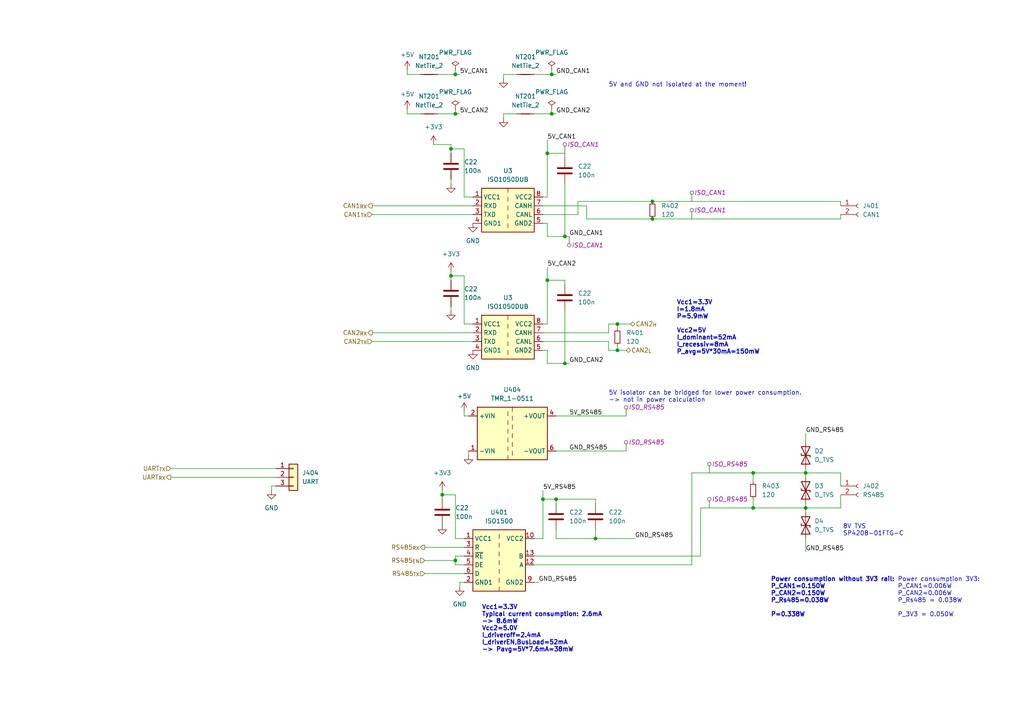
<source format=kicad_sch>
(kicad_sch (version 20230121) (generator eeschema)
  (paper "A4")
  (lib_symbols
    (symbol "Connector:Conn_01x02_Socket" (pin_names (offset 1.016) hide)
      (property "Reference" "J" (at 0 2.54 0))
      (property "Value" "Conn_01x02_Socket" (at 0 -5.08 0))
      (symbol "Conn_01x02_Socket_1_1"
        (arc (start 0 -2.032) (mid -0.5058 -2.54) (end 0 -3.048) (stroke (width 0.1524)))
        (polyline (pts (xy -1.27 -2.54) (xy -0.508 -2.54)) (stroke (width 0.1524)))
        (polyline (pts (xy -1.27 0) (xy -0.508 0)) (stroke (width 0.1524)))
        (arc (start 0 0.508) (mid -0.5058 0) (end 0 -0.508) (stroke (width 0.1524)))
        (pin passive line (at -5.08 0 0) (length 3.81) (name "Pin_1") (number "1"))
        (pin passive line (at -5.08 -2.54 0) (length 3.81) (name "Pin_2") (number "2"))
      )
    )
    (symbol "Connector_Generic:Conn_01x03" (pin_names (offset 1.016) hide)
      (property "Reference" "J" (at 0 5.08 0))
      (property "Value" "Conn_01x03" (at 0 -5.08 0))
      (symbol "Conn_01x03_1_1"
        (rectangle (start -1.27 -2.413) (end 0 -2.667) (stroke (width 0.1524)))
        (rectangle (start -1.27 0.127) (end 0 -0.127) (stroke (width 0.1524)))
        (rectangle (start -1.27 2.667) (end 0 2.413) (stroke (width 0.1524)))
        (rectangle (start -1.27 3.81) (end 1.27 -3.81) (stroke (width 0.254)) (fill (type background)))
        (pin passive line (at -5.08 2.54 0) (length 3.81) (name "Pin_1") (number "1"))
        (pin passive line (at -5.08 0 0) (length 3.81) (name "Pin_2") (number "2"))
        (pin passive line (at -5.08 -2.54 0) (length 3.81) (name "Pin_3") (number "3"))
      )
    )
    (symbol "Device:C" (pin_numbers hide) (pin_names (offset 0.254))
      (property "Reference" "C" (at 0.635 2.54 0))
      (property "Value" "C" (at 0.635 -2.54 0))
      (symbol "C_0_1"
        (polyline (pts (xy -2.032 -0.762) (xy 2.032 -0.762)) (stroke (width 0.508)))
        (polyline (pts (xy -2.032 0.762) (xy 2.032 0.762)) (stroke (width 0.508)))
      )
      (symbol "C_1_1"
        (pin passive line (at 0 3.81 270) (length 2.794) (name "~") (number "1"))
        (pin passive line (at 0 -3.81 90) (length 2.794) (name "~") (number "2"))
      )
    )
    (symbol "Device:D_TVS" (pin_numbers hide) (pin_names (offset 1.016) hide)
      (property "Reference" "D" (at 0 2.54 0))
      (property "Value" "D_TVS" (at 0 -2.54 0))
      (symbol "D_TVS_0_1"
        (polyline (pts (xy 1.27 0) (xy -1.27 0)))
        (polyline (pts (xy 0.508 1.27) (xy 0 1.27) (xy 0 -1.27) (xy -0.508 -1.27)) (stroke (width 0.254)))
        (polyline (pts (xy -2.54 1.27) (xy -2.54 -1.27) (xy 2.54 1.27) (xy 2.54 -1.27) (xy -2.54 1.27)) (stroke (width 0.254)))
      )
      (symbol "D_TVS_1_1"
        (pin passive line (at -3.81 0 0) (length 2.54) (name "A1") (number "1"))
        (pin passive line (at 3.81 0 180) (length 2.54) (name "A2") (number "2"))
      )
    )
    (symbol "Device:NetTie_2" (pin_numbers hide) (pin_names (offset 0) hide) (in_bom no)
      (property "Reference" "NT" (at 0 1.27 0))
      (property "Value" "NetTie_2" (at 0 -1.27 0))
      (symbol "NetTie_2_0_1"
        (polyline (pts (xy -1.27 0) (xy 1.27 0)) (stroke (width 0.254)))
      )
      (symbol "NetTie_2_1_1"
        (pin passive line (at -2.54 0 0) (length 2.54) (name "1") (number "1"))
        (pin passive line (at 2.54 0 180) (length 2.54) (name "2") (number "2"))
      )
    )
    (symbol "Device:R_Small" (pin_numbers hide) (pin_names (offset 0.254) hide)
      (property "Reference" "R" (at 0.762 0.508 0))
      (property "Value" "R_Small" (at 0.762 -1.016 0))
      (symbol "R_Small_0_1"
        (rectangle (start -0.762 1.778) (end 0.762 -1.778) (stroke (width 0.2032)))
      )
      (symbol "R_Small_1_1"
        (pin passive line (at 0 2.54 270) (length 0.762) (name "~") (number "1"))
        (pin passive line (at 0 -2.54 90) (length 0.762) (name "~") (number "2"))
      )
    )
    (symbol "Interface_CAN_LIN:ISO1050DUB"
      (property "Reference" "U" (at -6.35 6.35 0))
      (property "Value" "ISO1050DUB" (at 2.54 6.35 0))
      (symbol "ISO1050DUB_0_1"
        (rectangle (start -7.62 5.08) (end 7.62 -7.62) (stroke (width 0.254)) (fill (type background)))
        (polyline (pts (xy 0 -5.08) (xy 0 -6.35)))
        (polyline (pts (xy 0 -2.54) (xy 0 -3.81)))
        (polyline (pts (xy 0 0) (xy 0 -1.27)))
        (polyline (pts (xy 0 2.54) (xy 0 1.27)))
        (polyline (pts (xy 0 5.08) (xy 0 3.81)))
      )
      (symbol "ISO1050DUB_1_1"
        (pin power_in line (at -10.16 2.54 0) (length 2.54) (name "VCC1") (number "1"))
        (pin output line (at -10.16 0 0) (length 2.54) (name "RXD") (number "2"))
        (pin input line (at -10.16 -2.54 0) (length 2.54) (name "TXD") (number "3"))
        (pin power_in line (at -10.16 -5.08 0) (length 2.54) (name "GND1") (number "4"))
        (pin power_in line (at 10.16 -5.08 180) (length 2.54) (name "GND2") (number "5"))
        (pin bidirectional line (at 10.16 -2.54 180) (length 2.54) (name "CANL") (number "6"))
        (pin bidirectional line (at 10.16 0 180) (length 2.54) (name "CANH") (number "7"))
        (pin power_in line (at 10.16 2.54 180) (length 2.54) (name "VCC2") (number "8"))
      )
    )
    (symbol "Interface_UART:ISO1500"
      (property "Reference" "U" (at -6.35 11.43 0))
      (property "Value" "ISO1500" (at 3.81 11.43 0))
      (symbol "ISO1500_0_1"
        (rectangle (start -7.62 10.16) (end 7.62 -7.62) (stroke (width 0.254)) (fill (type background)))
        (polyline (pts (xy 0 -6.35) (xy 0 -7.62)))
        (polyline (pts (xy 0 -3.81) (xy 0 -5.08)))
        (polyline (pts (xy 0 -1.27) (xy 0 -2.54)))
        (polyline (pts (xy 0 1.27) (xy 0 0)))
        (polyline (pts (xy 0 3.81) (xy 0 2.54)))
        (polyline (pts (xy 0 6.35) (xy 0 5.08)))
        (polyline (pts (xy 0 7.62) (xy 0 8.89)))
      )
      (symbol "ISO1500_1_1"
        (pin power_in line (at -10.16 7.62 0) (length 2.54) (name "VCC1") (number "1"))
        (pin power_in line (at 10.16 7.62 180) (length 2.54) (name "VCC2") (number "10"))
        (pin no_connect line (at 7.62 -2.54 180) (length 2.54) hide (name "NC") (number "11"))
        (pin bidirectional line (at 10.16 0 180) (length 2.54) (name "A") (number "12"))
        (pin bidirectional line (at 10.16 2.54 180) (length 2.54) (name "B") (number "13"))
        (pin no_connect line (at 7.62 5.08 180) (length 2.54) hide (name "NC") (number "14"))
        (pin passive line (at 10.16 -5.08 180) (length 2.54) hide (name "GND2") (number "15"))
        (pin passive line (at 10.16 7.62 180) (length 2.54) hide (name "VCC2") (number "16"))
        (pin power_in line (at -10.16 -5.08 0) (length 2.54) (name "GND1") (number "2"))
        (pin output line (at -10.16 5.08 0) (length 2.54) (name "R") (number "3"))
        (pin input line (at -10.16 2.54 0) (length 2.54) (name "~{RE}") (number "4"))
        (pin input line (at -10.16 0 0) (length 2.54) (name "DE") (number "5"))
        (pin input line (at -10.16 -2.54 0) (length 2.54) (name "D") (number "6"))
        (pin no_connect line (at 0 -7.62 90) (length 2.54) hide (name "NC") (number "7"))
        (pin passive line (at -10.16 -5.08 0) (length 2.54) hide (name "GND1") (number "8"))
        (pin power_in line (at 10.16 -5.08 180) (length 2.54) (name "GND2") (number "9"))
      )
    )
    (symbol "Regulator_Switching:TMR_1-0511"
      (property "Reference" "U" (at -8.89 8.89 0))
      (property "Value" "TMR_1-0511" (at 10.16 8.89 0))
      (symbol "TMR_1-0511_0_1"
        (rectangle (start -10.16 7.62) (end 10.16 -7.62) (stroke (width 0.254)) (fill (type background)))
        (polyline (pts (xy -1.27 -7.62) (xy -1.27 -6.35)))
        (polyline (pts (xy -1.27 -5.08) (xy -1.27 -3.81)))
        (polyline (pts (xy -1.27 -2.54) (xy -1.27 -1.27)))
        (polyline (pts (xy -1.27 0) (xy -1.27 1.27)))
        (polyline (pts (xy -1.27 2.54) (xy -1.27 3.81)))
        (polyline (pts (xy -1.27 5.08) (xy -1.27 6.35)))
        (polyline (pts (xy 0 -5.08) (xy 0 -6.35)))
        (polyline (pts (xy 0 -2.54) (xy 0 -3.81)))
        (polyline (pts (xy 0 0) (xy 0 -1.27)))
        (polyline (pts (xy 0 2.54) (xy 0 1.27)))
        (polyline (pts (xy 0 5.08) (xy 0 3.81)))
        (polyline (pts (xy 0 7.62) (xy 0 6.35)))
      )
      (symbol "TMR_1-0511_1_1"
        (pin power_in line (at -12.7 -5.08 0) (length 2.54) (name "-VIN") (number "1"))
        (pin power_in line (at -12.7 5.08 0) (length 2.54) (name "+VIN") (number "2"))
        (pin power_out line (at 12.7 5.08 180) (length 2.54) (name "+VOUT") (number "4"))
        (pin power_out line (at 12.7 -5.08 180) (length 2.54) (name "-VOUT") (number "6"))
      )
    )
    (symbol "power:+3V3" (power) (pin_names (offset 0))
      (property "Value" "+3V3" (at 0 3.556 0))
      (symbol "+3V3_0_1"
        (polyline (pts (xy -0.762 1.27) (xy 0 2.54)))
        (polyline (pts (xy 0 0) (xy 0 2.54)))
        (polyline (pts (xy 0 2.54) (xy 0.762 1.27)))
      )
      (symbol "+3V3_1_1"
        (pin power_in line (at 0 0 90) (length 0) hide (name "+3V3") (number "1"))
      )
    )
    (symbol "power:+5V" (power) (pin_names (offset 0))
      (property "Value" "+5V" (at 0 3.556 0))
      (symbol "+5V_0_1"
        (polyline (pts (xy -0.762 1.27) (xy 0 2.54)))
        (polyline (pts (xy 0 0) (xy 0 2.54)))
        (polyline (pts (xy 0 2.54) (xy 0.762 1.27)))
      )
      (symbol "+5V_1_1"
        (pin power_in line (at 0 0 90) (length 0) hide (name "+5V") (number "1"))
      )
    )
    (symbol "power:GND" (power) (pin_names (offset 0))
      (property "Value" "GND" (at 0 -3.81 0))
      (symbol "GND_0_1"
        (polyline (pts (xy 0 0) (xy 0 -1.27) (xy 1.27 -1.27) (xy 0 -2.54) (xy -1.27 -1.27) (xy 0 -1.27)))
      )
      (symbol "GND_1_1"
        (pin power_in line (at 0 0 270) (length 0) hide (name "GND") (number "1"))
      )
    )
    (symbol "power:PWR_FLAG" (power) (pin_numbers hide) (pin_names (offset 0) hide)
      (property "Value" "PWR_FLAG" (at 0 3.81 0))
      (symbol "PWR_FLAG_0_0"
        (pin power_out line (at 0 0 90) (length 0) (name "pwr") (number "1"))
      )
      (symbol "PWR_FLAG_0_1"
        (polyline (pts (xy 0 0) (xy 0 1.27) (xy -1.016 1.905) (xy 0 2.54) (xy 1.016 1.905) (xy 0 1.27)))
      )
    )
  )
  (junction (at 218.44 137.16))
  (junction (at 172.72 156.21))
  (junction (at 189.23 63.5))
  (junction (at 179.07 93.98))
  (junction (at 158.75 44.45))
  (junction (at 161.29 144.78))
  (junction (at 163.83 105.41))
  (junction (at 132.08 21.59))
  (junction (at 158.75 81.28))
  (junction (at 160.02 33.02))
  (junction (at 130.81 80.01))
  (junction (at 130.81 43.18))
  (junction (at 218.44 147.32))
  (junction (at 163.83 68.58))
  (junction (at 160.02 21.59))
  (junction (at 128.27 143.51))
  (junction (at 189.23 58.42))
  (junction (at 132.08 162.56))
  (junction (at 233.68 137.16))
  (junction (at 132.08 33.02))
  (junction (at 157.48 144.78))
  (junction (at 233.68 147.32))
  (junction (at 179.07 101.6))
  (wire (pts (xy 132.08 20.32) (xy 132.08 21.59)))
  (wire (pts (xy 170.18 63.5) (xy 189.23 63.5)))
  (wire (pts (xy 158.75 57.15) (xy 157.48 57.15)))
  (wire (pts (xy 233.68 146.05) (xy 233.68 147.32)))
  (wire (pts (xy 161.29 120.65) (xy 181.61 120.65)))
  (wire (pts (xy 189.23 58.42) (xy 243.84 58.42)))
  (wire (pts (xy 132.08 162.56) (xy 132.08 163.83)))
  (wire (pts (xy 127 33.02) (xy 132.08 33.02)))
  (wire (pts (xy 160.02 31.75) (xy 160.02 33.02)))
  (wire (pts (xy 107.95 62.23) (xy 137.16 62.23)))
  (wire (pts (xy 233.68 147.32) (xy 233.68 148.59)))
  (wire (pts (xy 200.66 163.83) (xy 154.94 163.83)))
  (wire (pts (xy 118.11 33.02) (xy 118.11 31.75)))
  (wire (pts (xy 158.75 40.64) (xy 158.75 44.45)))
  (wire (pts (xy 128.27 143.51) (xy 128.27 144.78)))
  (wire (pts (xy 123.19 166.37) (xy 134.62 166.37)))
  (wire (pts (xy 130.81 80.01) (xy 134.62 80.01)))
  (wire (pts (xy 137.16 93.98) (xy 134.62 93.98)))
  (wire (pts (xy 107.95 96.52) (xy 137.16 96.52)))
  (wire (pts (xy 158.75 93.98) (xy 157.48 93.98)))
  (wire (pts (xy 172.72 156.21) (xy 161.29 156.21)))
  (wire (pts (xy 158.75 81.28) (xy 158.75 93.98)))
  (wire (pts (xy 157.48 142.24) (xy 157.48 144.78)))
  (wire (pts (xy 179.07 101.6) (xy 181.61 101.6)))
  (wire (pts (xy 170.18 59.69) (xy 157.48 59.69)))
  (wire (pts (xy 154.94 168.91) (xy 156.21 168.91)))
  (wire (pts (xy 130.81 88.9) (xy 130.81 90.17)))
  (wire (pts (xy 78.74 140.97) (xy 78.74 142.24)))
  (wire (pts (xy 134.62 120.65) (xy 135.89 120.65)))
  (wire (pts (xy 176.53 96.52) (xy 176.53 93.98)))
  (wire (pts (xy 200.66 137.16) (xy 218.44 137.16)))
  (wire (pts (xy 179.07 93.98) (xy 179.07 95.25)))
  (wire (pts (xy 243.84 143.51) (xy 243.84 147.32)))
  (wire (pts (xy 158.75 68.58) (xy 158.75 64.77)))
  (wire (pts (xy 160.02 20.32) (xy 160.02 21.59)))
  (wire (pts (xy 233.68 137.16) (xy 233.68 138.43)))
  (wire (pts (xy 203.2 161.29) (xy 203.2 147.32)))
  (wire (pts (xy 167.64 62.23) (xy 167.64 58.42)))
  (wire (pts (xy 132.08 31.75) (xy 132.08 33.02)))
  (wire (pts (xy 132.08 33.02) (xy 133.35 33.02)))
  (wire (pts (xy 243.84 58.42) (xy 243.84 59.69)))
  (wire (pts (xy 161.29 130.81) (xy 181.61 130.81)))
  (wire (pts (xy 157.48 144.78) (xy 161.29 144.78)))
  (wire (pts (xy 158.75 77.47) (xy 158.75 81.28)))
  (wire (pts (xy 130.81 78.74) (xy 130.81 80.01)))
  (wire (pts (xy 133.35 168.91) (xy 133.35 170.18)))
  (wire (pts (xy 130.81 41.91) (xy 125.73 41.91)))
  (wire (pts (xy 158.75 105.41) (xy 158.75 101.6)))
  (wire (pts (xy 160.02 21.59) (xy 161.29 21.59)))
  (wire (pts (xy 179.07 93.98) (xy 182.88 93.98)))
  (wire (pts (xy 132.08 161.29) (xy 132.08 162.56)))
  (wire (pts (xy 158.75 105.41) (xy 163.83 105.41)))
  (wire (pts (xy 163.83 90.17) (xy 163.83 105.41)))
  (wire (pts (xy 218.44 137.16) (xy 233.68 137.16)))
  (wire (pts (xy 161.29 144.78) (xy 161.29 146.05)))
  (wire (pts (xy 134.62 161.29) (xy 132.08 161.29)))
  (wire (pts (xy 133.35 168.91) (xy 134.62 168.91)))
  (wire (pts (xy 130.81 43.18) (xy 134.62 43.18)))
  (wire (pts (xy 176.53 93.98) (xy 179.07 93.98)))
  (wire (pts (xy 172.72 144.78) (xy 172.72 146.05)))
  (wire (pts (xy 49.53 138.43) (xy 80.01 138.43)))
  (wire (pts (xy 49.53 135.89) (xy 80.01 135.89)))
  (wire (pts (xy 132.08 21.59) (xy 133.35 21.59)))
  (wire (pts (xy 167.64 58.42) (xy 189.23 58.42)))
  (wire (pts (xy 170.18 63.5) (xy 170.18 59.69)))
  (wire (pts (xy 161.29 156.21) (xy 161.29 153.67)))
  (wire (pts (xy 158.75 81.28) (xy 163.83 81.28)))
  (wire (pts (xy 149.86 21.59) (xy 146.05 21.59)))
  (wire (pts (xy 218.44 147.32) (xy 233.68 147.32)))
  (wire (pts (xy 118.11 33.02) (xy 121.92 33.02)))
  (wire (pts (xy 134.62 120.65) (xy 134.62 119.38)))
  (wire (pts (xy 154.94 33.02) (xy 160.02 33.02)))
  (wire (pts (xy 130.81 80.01) (xy 130.81 81.28)))
  (wire (pts (xy 107.95 99.06) (xy 137.16 99.06)))
  (wire (pts (xy 233.68 135.89) (xy 233.68 137.16)))
  (wire (pts (xy 179.07 101.6) (xy 179.07 100.33)))
  (wire (pts (xy 172.72 153.67) (xy 172.72 156.21)))
  (wire (pts (xy 163.83 105.41) (xy 165.1 105.41)))
  (wire (pts (xy 132.08 143.51) (xy 128.27 143.51)))
  (wire (pts (xy 157.48 99.06) (xy 176.53 99.06)))
  (wire (pts (xy 127 21.59) (xy 132.08 21.59)))
  (wire (pts (xy 176.53 101.6) (xy 179.07 101.6)))
  (wire (pts (xy 107.95 59.69) (xy 137.16 59.69)))
  (wire (pts (xy 118.11 21.59) (xy 121.92 21.59)))
  (wire (pts (xy 132.08 156.21) (xy 132.08 143.51)))
  (wire (pts (xy 130.81 43.18) (xy 130.81 44.45)))
  (wire (pts (xy 158.75 44.45) (xy 163.83 44.45)))
  (wire (pts (xy 149.86 33.02) (xy 146.05 33.02)))
  (wire (pts (xy 158.75 101.6) (xy 157.48 101.6)))
  (wire (pts (xy 135.89 130.81) (xy 135.89 132.08)))
  (wire (pts (xy 146.05 33.02) (xy 146.05 34.29)))
  (wire (pts (xy 123.19 158.75) (xy 134.62 158.75)))
  (wire (pts (xy 157.48 144.78) (xy 157.48 156.21)))
  (wire (pts (xy 158.75 64.77) (xy 157.48 64.77)))
  (wire (pts (xy 158.75 44.45) (xy 158.75 57.15)))
  (wire (pts (xy 80.01 140.97) (xy 78.74 140.97)))
  (wire (pts (xy 176.53 99.06) (xy 176.53 101.6)))
  (wire (pts (xy 233.68 147.32) (xy 243.84 147.32)))
  (wire (pts (xy 130.81 52.07) (xy 130.81 53.34)))
  (wire (pts (xy 218.44 137.16) (xy 218.44 139.7)))
  (wire (pts (xy 134.62 57.15) (xy 134.62 43.18)))
  (wire (pts (xy 200.66 137.16) (xy 200.66 163.83)))
  (wire (pts (xy 157.48 96.52) (xy 176.53 96.52)))
  (wire (pts (xy 134.62 156.21) (xy 132.08 156.21)))
  (wire (pts (xy 233.68 137.16) (xy 243.84 137.16)))
  (wire (pts (xy 218.44 144.78) (xy 218.44 147.32)))
  (wire (pts (xy 243.84 140.97) (xy 243.84 137.16)))
  (wire (pts (xy 203.2 147.32) (xy 218.44 147.32)))
  (wire (pts (xy 130.81 41.91) (xy 130.81 43.18)))
  (wire (pts (xy 137.16 57.15) (xy 134.62 57.15)))
  (wire (pts (xy 154.94 21.59) (xy 160.02 21.59)))
  (wire (pts (xy 189.23 63.5) (xy 243.84 63.5)))
  (wire (pts (xy 163.83 81.28) (xy 163.83 82.55)))
  (wire (pts (xy 157.48 156.21) (xy 154.94 156.21)))
  (wire (pts (xy 134.62 93.98) (xy 134.62 80.01)))
  (wire (pts (xy 128.27 142.24) (xy 128.27 143.51)))
  (wire (pts (xy 123.19 162.56) (xy 132.08 162.56)))
  (wire (pts (xy 132.08 163.83) (xy 134.62 163.83)))
  (wire (pts (xy 163.83 68.58) (xy 165.1 68.58)))
  (wire (pts (xy 157.48 62.23) (xy 167.64 62.23)))
  (wire (pts (xy 184.15 156.21) (xy 172.72 156.21)))
  (wire (pts (xy 118.11 21.59) (xy 118.11 20.32)))
  (wire (pts (xy 233.68 156.21) (xy 233.68 160.02)))
  (wire (pts (xy 154.94 161.29) (xy 203.2 161.29)))
  (wire (pts (xy 146.05 21.59) (xy 146.05 22.86)))
  (wire (pts (xy 161.29 144.78) (xy 172.72 144.78)))
  (wire (pts (xy 160.02 33.02) (xy 161.29 33.02)))
  (wire (pts (xy 163.83 53.34) (xy 163.83 68.58)))
  (wire (pts (xy 243.84 63.5) (xy 243.84 62.23)))
  (wire (pts (xy 233.68 125.73) (xy 233.68 128.27)))
  (wire (pts (xy 163.83 44.45) (xy 163.83 45.72)))
  (wire (pts (xy 158.75 68.58) (xy 163.83 68.58)))
  (text "Vcc1=3.3V\nTypical current consumption: 2.6mA\n-> 8.6mW\nVcc2=5.0V\nI_driveroff=2.4mA\nI_driverEN,BusLoad=52mA\n-> Pavg=5V*7.6mA=38mW" (at 139.7 189.23 0) (effects (font (size 1.27 1.27) (thickness 0.254) bold) (justify left bottom)))
  (text "5V isolator can be bridged for lower power consumption.\n-> not in power calculation" (at 176.53 116.84 0) (effects (font (size 1.27 1.27)) (justify left bottom)))
  (text "5V and GND not isolated at the moment!" (at 176.53 25.4 0) (effects (font (size 1.27 1.27)) (justify left bottom)))
  (text "Vcc1=3.3V\nI=1.8mA\nP=5.9mW\n\nVcc2=5V\nI_dominant=52mA\nI_recessiv=8mA\nP_avg=5V*30mA=150mW" (at 196.215 102.87 0) (effects (font (size 1.27 1.27) (thickness 0.254) bold) (justify left bottom)))
  (text "Power consumption 3V3:\nP_CAN1=0.006W\nP_CAN2=0.006W\nP_Rs485 = 0.038W\n\nP_3V3 = 0.050W" (at 260.35 179.07 0) (effects (font (size 1.27 1.27)) (justify left bottom)))
  (text "8V TVS\nSP4208-01FTG-C" (at 244.475 155.575 0) (effects (font (size 1.27 1.27)) (justify left bottom)))
  (text "Power consumption without 3V3 rail:\nP_CAN1=0.150W\nP_CAN2=0.150W\nP_Rs485=0.038W\n\nP=0.338W" (at 223.52 179.07 0) (effects (font (size 1.27 1.27) (thickness 0.254) bold) (justify left bottom)))
  (label "5V_CAN1" (at 133.35 21.59 0))
  (label "GND_RS485" (at 156.21 168.91 0))
  (label "5V_CAN2" (at 133.35 33.02 0))
  (label "5V_CAN1" (at 158.75 40.64 0))
  (label "GND_RS485" (at 165.1 130.81 0))
  (label "GND_RS485" (at 233.68 160.02 0))
  (label "GND_RS485" (at 233.68 125.73 0))
  (label "GND_CAN2" (at 161.29 33.02 0))
  (label "GND_CAN2" (at 165.1 105.41 0))
  (label "5V_RS485" (at 165.1 120.65 0))
  (label "5V_RS485" (at 157.48 142.24 0))
  (label "GND_CAN1" (at 165.1 68.58 0))
  (label "GND_CAN1" (at 161.29 21.59 0))
  (label "GND_RS485" (at 184.15 156.21 0))
  (label "5V_CAN2" (at 158.75 77.47 0))
  (hierarchical_label "RS485_{EN}" (shape input) (at 123.19 162.56 180))
  (hierarchical_label "CAN2_{L}" (shape bidirectional) (at 181.61 101.6 0))
  (hierarchical_label "UART_{TX}" (shape input) (at 49.53 135.89 180))
  (hierarchical_label "CAN2_{RX}" (shape output) (at 107.95 96.52 180))
  (hierarchical_label "CAN2_{H}" (shape bidirectional) (at 182.88 93.98 0))
  (hierarchical_label "CAN1_{TX}" (shape input) (at 107.95 62.23 180))
  (hierarchical_label "UART_{RX}" (shape output) (at 49.53 138.43 180))
  (hierarchical_label "CAN2_{TX}" (shape input) (at 107.95 99.06 180))
  (hierarchical_label "RS485_{TX}" (shape input) (at 123.19 166.37 180))
  (hierarchical_label "CAN1_{RX}" (shape output) (at 107.95 59.69 180))
  (hierarchical_label "RS485_{RX}" (shape output) (at 123.19 158.75 180))
  (netclass_flag "" (length 2.54) (shape round) (at 200.66 63.5 0) (property "Netclass" "ISO_CAN1" (at 201.3585 60.96 0) (effects (font italic) (justify left))))
  (netclass_flag "" (length 2.54) (shape round) (at 163.83 44.45 0) (property "Netclass" "ISO_CAN1" (at 164.5285 41.91 0) (effects (font italic) (justify left))))
  (netclass_flag "" (length 2.54) (shape round) (at 200.66 58.42 0) (property "Netclass" "ISO_CAN1" (at 201.3585 55.88 0) (effects (font italic) (justify left))))
  (netclass_flag "" (length 2.54) (shape round) (at 205.74 147.32 0) (property "Netclass" "ISO_RS485" (at 206.4385 144.78 0) (effects (font italic) (justify left))))
  (netclass_flag "" (length 2.54) (shape round) (at 205.74 137.16 0) (property "Netclass" "ISO_RS485" (at 206.4385 134.62 0) (effects (font italic) (justify left))))
  (netclass_flag "" (length 2.54) (shape round) (at 165.1 68.58 180) (property "Netclass" "ISO_CAN1" (at 165.7985 71.12 0) (effects (font italic) (justify left))))
  (netclass_flag "" (length 2.54) (shape round) (at 181.61 120.65 0) (property "Netclass" "ISO_RS485" (at 182.3085 118.11 0) (effects (font italic) (justify left))))
  (netclass_flag "" (length 2.54) (shape round) (at 181.61 130.81 0) (property "Netclass" "ISO_RS485" (at 182.3085 128.27 0) (effects (font italic) (justify left))))
  (symbol (lib_id "Device:NetTie_2") (at 124.46 21.59 0) (unit 1) (in_bom no)
    (property "Reference" "NT201" (at 124.46 16.51 0))
    (property "Value" "NetTie_2" (at 124.46 19.05 0))
    (property "Footprint" "NetTie:NetTie-2_SMD_Pad2.0mm" (effects hide))
    (instances (project "GaNius_DPT_Mainboard" (path "" (reference "NT201") (unit 1))) (project "PVBatteryInverter_Mainboard" (path "" (reference "NT1") (unit 1)) (path "" (reference "NT401") (unit 1))))
  )
  (symbol (lib_id "power:PWR_FLAG") (at 160.02 20.32 0) (unit 1)
    (property "Reference" "#FLG0404" (effects hide))
    (property "Value" "PWR_FLAG" (at 160.02 15.24 0))
  )
  (symbol (lib_id "Interface_CAN_LIN:ISO1050DUB") (at 147.32 59.69 0) (unit 1)
    (property "Reference" "U3" (at 147.32 49.53 0))
    (property "Value" "ISO1050DUB" (at 147.32 52.07 0))
    (property "Footprint" "Package_SO:SOP-8_6.62x9.15mm_P2.54mm" (effects hide))
    (property "Datasheet" "http://www.ti.com/lit/ds/symlink/iso1050.pdf" (effects hide))
    (instances (project "PVBatteryInverter_Mainboard" (path "" (reference "U3") (unit 1)) (path "" (reference "U403") (unit 1))))
  )
  (symbol (lib_id "Device:D_TVS") (at 233.68 152.4 90) (unit 1)
    (property "Reference" "D4" (at 236.22 151.13 90) (effects (justify right)))
    (property "Value" "D_TVS" (at 236.22 153.67 90) (effects (justify right)))
    (property "Footprint" "Diode_SMD:D_SOD-323" (effects hide))
    (instances (project "PVBatteryInverter_Mainboard" (path "" (reference "D4") (unit 1)) (path "" (reference "D403") (unit 1))))
  )
  (symbol (lib_id "Device:R_Small") (at 179.07 97.79 0) (unit 1)
    (property "Reference" "R401" (at 181.61 96.52 0) (effects (justify left)))
    (property "Value" "120" (at 181.61 99.06 0) (effects (justify left)))
    (property "Footprint" "Resistor_SMD:R_0603_1608Metric" (effects hide))
  )
  (symbol (lib_id "Device:C") (at 130.81 48.26 0) (unit 1)
    (property "Reference" "C22" (at 134.62 46.99 0) (effects (justify left)))
    (property "Value" "100n" (at 134.62 49.53 0) (effects (justify left)))
    (property "Footprint" "Capacitor_SMD:C_0603_1608Metric" (effects hide))
    (instances (project "PVBatteryInverter_Mainboard" (path "" (reference "C22") (unit 1)) (path "" (reference "C403") (unit 1))))
  )
  (symbol (lib_id "power:+5V") (at 118.11 31.75 0) (unit 1)
    (property "Reference" "#PWR011" (effects hide))
    (property "Value" "+5V" (at 118.11 27.305 0))
    (instances (project "PVBatteryInverter_Mainboard" (path "" (reference "#PWR011") (unit 1)) (path "" (reference "#PWR01") (unit 1))))
  )
  (symbol (lib_id "power:GND") (at 128.27 152.4 0) (unit 1)
    (property "Reference" "#PWR08" (effects hide))
    (property "Value" "GND" (effects hide))
    (instances (project "PVBatteryInverter_Mainboard" (path "" (reference "#PWR08") (unit 1)) (path "" (reference "#PWR0403") (unit 1))))
  )
  (symbol (lib_id "power:GND") (at 146.05 34.29 0) (unit 1)
    (property "Reference" "#PWR08" (effects hide))
    (property "Value" "GND" (effects hide))
    (instances (project "PVBatteryInverter_Mainboard" (path "" (reference "#PWR08") (unit 1)) (path "" (reference "#PWR02") (unit 1))))
  )
  (symbol (lib_id "power:GND") (at 137.16 64.77 0) (unit 1)
    (property "Reference" "#PWR09" (effects hide))
    (property "Value" "GND" (at 137.16 69.85 0))
    (instances (project "PVBatteryInverter_Mainboard" (path "" (reference "#PWR09") (unit 1)) (path "" (reference "#PWR0410") (unit 1))))
  )
  (symbol (lib_id "power:PWR_FLAG") (at 132.08 20.32 0) (unit 1)
    (property "Reference" "#FLG0403" (effects hide))
    (property "Value" "PWR_FLAG" (at 132.08 15.24 0))
  )
  (symbol (lib_id "Connector:Conn_01x02_Socket") (at 248.92 140.97 0) (unit 1)
    (property "Reference" "J402" (at 250.19 140.97 0) (effects (justify left)))
    (property "Value" "RS485" (at 250.19 143.51 0) (effects (justify left)))
    (property "Footprint" "Connector_Phoenix_MC:PhoenixContact_MC_1,5_2-G-3.81_1x02_P3.81mm_Horizontal" (effects hide))
  )
  (symbol (lib_id "power:+3V3") (at 128.27 142.24 0) (unit 1)
    (property "Reference" "#PWR07" (effects hide))
    (property "Value" "+3V3" (at 128.27 137.16 0))
    (instances (project "PVBatteryInverter_Mainboard" (path "" (reference "#PWR07") (unit 1)) (path "" (reference "#PWR0402") (unit 1))))
  )
  (symbol (lib_id "power:+3V3") (at 130.81 78.74 0) (unit 1)
    (property "Reference" "#PWR07" (effects hide))
    (property "Value" "+3V3" (at 130.81 73.66 0))
    (instances (project "PVBatteryInverter_Mainboard" (path "" (reference "#PWR07") (unit 1)) (path "" (reference "#PWR0404") (unit 1))))
  )
  (symbol (lib_id "Interface_UART:ISO1500") (at 144.78 163.83 0) (unit 1)
    (property "Reference" "U401" (at 144.78 148.59 0))
    (property "Value" "ISO1500" (at 144.78 151.13 0))
    (property "Footprint" "Package_SO:SSOP-16_3.9x4.9mm_P0.635mm" (effects hide))
    (property "Datasheet" "http://www.ti.com/lit/ds/symlink/iso1500.pdf" (effects hide))
  )
  (symbol (lib_id "Device:C") (at 128.27 148.59 0) (unit 1)
    (property "Reference" "C22" (at 132.08 147.32 0) (effects (justify left)))
    (property "Value" "100n" (at 132.08 149.86 0) (effects (justify left)))
    (property "Footprint" "Capacitor_SMD:C_0603_1608Metric" (effects hide))
    (instances (project "PVBatteryInverter_Mainboard" (path "" (reference "C22") (unit 1)) (path "" (reference "C401") (unit 1))))
  )
  (symbol (lib_id "power:PWR_FLAG") (at 132.08 31.75 0) (unit 1)
    (property "Reference" "#FLG01" (effects hide))
    (property "Value" "PWR_FLAG" (at 132.08 26.67 0))
  )
  (symbol (lib_id "power:GND") (at 130.81 53.34 0) (unit 1)
    (property "Reference" "#PWR08" (effects hide))
    (property "Value" "GND" (effects hide))
    (instances (project "PVBatteryInverter_Mainboard" (path "" (reference "#PWR08") (unit 1)) (path "" (reference "#PWR0407") (unit 1))))
  )
  (symbol (lib_id "power:GND") (at 130.81 90.17 0) (unit 1)
    (property "Reference" "#PWR08" (effects hide))
    (property "Value" "GND" (effects hide))
    (instances (project "PVBatteryInverter_Mainboard" (path "" (reference "#PWR08") (unit 1)) (path "" (reference "#PWR0405") (unit 1))))
  )
  (symbol (lib_id "Device:R_Small") (at 189.23 60.96 0) (unit 1)
    (property "Reference" "R402" (at 191.77 59.69 0) (effects (justify left)))
    (property "Value" "120" (at 191.77 62.23 0) (effects (justify left)))
    (property "Footprint" "Resistor_SMD:R_0603_1608Metric" (effects hide))
  )
  (symbol (lib_id "Connector:Conn_01x02_Socket") (at 248.92 59.69 0) (unit 1)
    (property "Reference" "J401" (at 250.19 59.69 0) (effects (justify left)))
    (property "Value" "CAN1" (at 250.19 62.23 0) (effects (justify left)))
    (property "Footprint" "Connector_Phoenix_MC:PhoenixContact_MC_1,5_2-G-3.81_1x02_P3.81mm_Horizontal" (effects hide))
  )
  (symbol (lib_id "power:GND") (at 146.05 22.86 0) (unit 1)
    (property "Reference" "#PWR08" (effects hide))
    (property "Value" "GND" (effects hide))
    (instances (project "PVBatteryInverter_Mainboard" (path "" (reference "#PWR08") (unit 1)) (path "" (reference "#PWR0413") (unit 1))))
  )
  (symbol (lib_id "Device:C") (at 130.81 85.09 0) (unit 1)
    (property "Reference" "C22" (at 134.62 83.82 0) (effects (justify left)))
    (property "Value" "100n" (at 134.62 86.36 0) (effects (justify left)))
    (property "Footprint" "Capacitor_SMD:C_0603_1608Metric" (effects hide))
    (instances (project "PVBatteryInverter_Mainboard" (path "" (reference "C22") (unit 1)) (path "" (reference "C402") (unit 1))))
  )
  (symbol (lib_id "Connector_Generic:Conn_01x03") (at 85.09 138.43 0) (unit 1)
    (property "Reference" "J404" (at 87.63 137.16 0) (effects (justify left)))
    (property "Value" "UART" (at 87.63 139.7 0) (effects (justify left)))
    (property "Footprint" "Connector_PinHeader_2.54mm:PinHeader_1x03_P2.54mm_Vertical" (effects hide))
  )
  (symbol (lib_id "Device:C") (at 163.83 86.36 0) (unit 1)
    (property "Reference" "C22" (at 167.64 85.09 0) (effects (justify left)))
    (property "Value" "100n" (at 167.64 87.63 0) (effects (justify left)))
    (property "Footprint" "Capacitor_SMD:C_1206_3216Metric" (effects hide))
    (instances (project "PVBatteryInverter_Mainboard" (path "" (reference "C22") (unit 1)) (path "" (reference "C405") (unit 1))))
  )
  (symbol (lib_id "power:+5V") (at 134.62 119.38 0) (unit 1)
    (property "Reference" "#PWR011" (effects hide))
    (property "Value" "+5V" (at 134.62 114.935 0))
    (instances (project "PVBatteryInverter_Mainboard" (path "" (reference "#PWR011") (unit 1)) (path "" (reference "#PWR0412") (unit 1))))
  )
  (symbol (lib_id "Regulator_Switching:TMR_1-0511") (at 148.59 125.73 0) (unit 1)
    (property "Reference" "U404" (at 148.59 113.03 0))
    (property "Value" "TMR_1-0511" (at 148.59 115.57 0))
    (property "Footprint" "Converter_DCDC:Converter_DCDC_TRACO_TMR-1-xxxx_Single_THT" (effects hide))
    (property "Datasheet" "http://assets.tracopower.com/TMR1/documents/tmr1-datasheet.pdf" (effects hide))
  )
  (symbol (lib_id "Device:D_TVS") (at 233.68 142.24 90) (unit 1)
    (property "Reference" "D3" (at 236.22 140.97 90) (effects (justify right)))
    (property "Value" "D_TVS" (at 236.22 143.51 90) (effects (justify right)))
    (property "Footprint" "Diode_SMD:D_SOD-323" (effects hide))
    (instances (project "PVBatteryInverter_Mainboard" (path "" (reference "D3") (unit 1)) (path "" (reference "D402") (unit 1))))
  )
  (symbol (lib_id "Device:NetTie_2") (at 152.4 33.02 0) (unit 1) (in_bom no)
    (property "Reference" "NT201" (at 152.4 27.94 0))
    (property "Value" "NetTie_2" (at 152.4 30.48 0))
    (property "Footprint" "NetTie:NetTie-2_SMD_Pad0.5mm" (effects hide))
    (instances (project "GaNius_DPT_Mainboard" (path "" (reference "NT201") (unit 1))) (project "PVBatteryInverter_Mainboard" (path "" (reference "NT1") (unit 1)) (path "" (reference "NT404") (unit 1))))
  )
  (symbol (lib_id "power:+5V") (at 118.11 20.32 0) (unit 1)
    (property "Reference" "#PWR011" (effects hide))
    (property "Value" "+5V" (at 118.11 15.875 0))
    (instances (project "PVBatteryInverter_Mainboard" (path "" (reference "#PWR011") (unit 1)) (path "" (reference "#PWR0414") (unit 1))))
  )
  (symbol (lib_id "Device:D_TVS") (at 233.68 132.08 90) (unit 1)
    (property "Reference" "D2" (at 236.22 130.81 90) (effects (justify right)))
    (property "Value" "D_TVS" (at 236.22 133.35 90) (effects (justify right)))
    (property "Footprint" "Diode_SMD:D_SOD-323" (effects hide))
    (instances (project "PVBatteryInverter_Mainboard" (path "" (reference "D2") (unit 1)) (path "" (reference "D401") (unit 1))))
  )
  (symbol (lib_id "Device:R_Small") (at 218.44 142.24 0) (unit 1)
    (property "Reference" "R403" (at 220.98 140.97 0) (effects (justify left)))
    (property "Value" "120" (at 220.98 143.51 0) (effects (justify left)))
    (property "Footprint" "Resistor_SMD:R_0603_1608Metric" (effects hide))
  )
  (symbol (lib_id "power:PWR_FLAG") (at 160.02 31.75 0) (unit 1)
    (property "Reference" "#FLG02" (effects hide))
    (property "Value" "PWR_FLAG" (at 160.02 26.67 0))
  )
  (symbol (lib_id "Device:C") (at 161.29 149.86 0) (unit 1)
    (property "Reference" "C22" (at 165.1 148.59 0) (effects (justify left)))
    (property "Value" "100n" (at 165.1 151.13 0) (effects (justify left)))
    (property "Footprint" "Capacitor_SMD:C_0603_1608Metric" (effects hide))
    (instances (project "PVBatteryInverter_Mainboard" (path "" (reference "C22") (unit 1)) (path "" (reference "C404") (unit 1))))
  )
  (symbol (lib_id "power:+3V3") (at 125.73 41.91 0) (unit 1)
    (property "Reference" "#PWR07" (effects hide))
    (property "Value" "+3V3" (at 125.73 36.83 0))
    (instances (project "PVBatteryInverter_Mainboard" (path "" (reference "#PWR07") (unit 1)) (path "" (reference "#PWR0406") (unit 1))))
  )
  (symbol (lib_id "Device:NetTie_2") (at 124.46 33.02 0) (unit 1) (in_bom no)
    (property "Reference" "NT201" (at 124.46 27.94 0))
    (property "Value" "NetTie_2" (at 124.46 30.48 0))
    (property "Footprint" "NetTie:NetTie-2_SMD_Pad0.5mm" (effects hide))
    (instances (project "GaNius_DPT_Mainboard" (path "" (reference "NT201") (unit 1))) (project "PVBatteryInverter_Mainboard" (path "" (reference "NT1") (unit 1)) (path "" (reference "NT403") (unit 1))))
  )
  (symbol (lib_id "Interface_CAN_LIN:ISO1050DUB") (at 147.32 96.52 0) (unit 1)
    (property "Reference" "U3" (at 147.32 86.36 0))
    (property "Value" "ISO1050DUB" (at 147.32 88.9 0))
    (property "Footprint" "Package_SO:SOP-8_6.62x9.15mm_P2.54mm" (effects hide))
    (property "Datasheet" "http://www.ti.com/lit/ds/symlink/iso1050.pdf" (effects hide))
    (instances (project "PVBatteryInverter_Mainboard" (path "" (reference "U3") (unit 1)) (path "" (reference "U402") (unit 1))))
  )
  (symbol (lib_id "power:GND") (at 133.35 170.18 0) (unit 1)
    (property "Reference" "#PWR09" (effects hide))
    (property "Value" "GND" (at 133.35 175.26 0))
    (instances (project "PVBatteryInverter_Mainboard" (path "" (reference "#PWR09") (unit 1)) (path "" (reference "#PWR0408") (unit 1))))
  )
  (symbol (lib_id "power:GND") (at 135.89 132.08 0) (unit 1)
    (property "Reference" "#PWR08" (effects hide))
    (property "Value" "GND" (effects hide))
    (instances (project "PVBatteryInverter_Mainboard" (path "" (reference "#PWR08") (unit 1)) (path "" (reference "#PWR0411") (unit 1))))
  )
  (symbol (lib_id "power:GND") (at 137.16 101.6 0) (unit 1)
    (property "Reference" "#PWR09" (effects hide))
    (property "Value" "GND" (at 137.16 106.68 0))
    (instances (project "PVBatteryInverter_Mainboard" (path "" (reference "#PWR09") (unit 1)) (path "" (reference "#PWR0409") (unit 1))))
  )
  (symbol (lib_id "Device:C") (at 172.72 149.86 0) (unit 1)
    (property "Reference" "C22" (at 176.53 148.59 0) (effects (justify left)))
    (property "Value" "100n" (at 176.53 151.13 0) (effects (justify left)))
    (property "Footprint" "Capacitor_SMD:C_0603_1608Metric" (effects hide))
    (instances (project "PVBatteryInverter_Mainboard" (path "" (reference "C22") (unit 1)) (path "" (reference "C407") (unit 1))))
  )
  (symbol (lib_id "Device:NetTie_2") (at 152.4 21.59 0) (unit 1) (in_bom no)
    (property "Reference" "NT201" (at 152.4 16.51 0))
    (property "Value" "NetTie_2" (at 152.4 19.05 0))
    (property "Footprint" "NetTie:NetTie-2_SMD_Pad2.0mm" (effects hide))
    (instances (project "GaNius_DPT_Mainboard" (path "" (reference "NT201") (unit 1))) (project "PVBatteryInverter_Mainboard" (path "" (reference "NT1") (unit 1)) (path "" (reference "NT402") (unit 1))))
  )
  (symbol (lib_id "power:GND") (at 78.74 142.24 0) (unit 1)
    (property "Reference" "#PWR09" (effects hide))
    (property "Value" "GND" (at 78.74 147.32 0))
    (instances (project "PVBatteryInverter_Mainboard" (path "" (reference "#PWR09") (unit 1)) (path "" (reference "#PWR0401") (unit 1))))
  )
  (symbol (lib_id "Device:C") (at 163.83 49.53 0) (unit 1)
    (property "Reference" "C22" (at 167.64 48.26 0) (effects (justify left)))
    (property "Value" "100n" (at 167.64 50.8 0) (effects (justify left)))
    (property "Footprint" "Capacitor_SMD:C_1206_3216Metric" (effects hide))
    (instances (project "PVBatteryInverter_Mainboard" (path "" (reference "C22") (unit 1)) (path "" (reference "C406") (unit 1))))
  )
)
</source>
